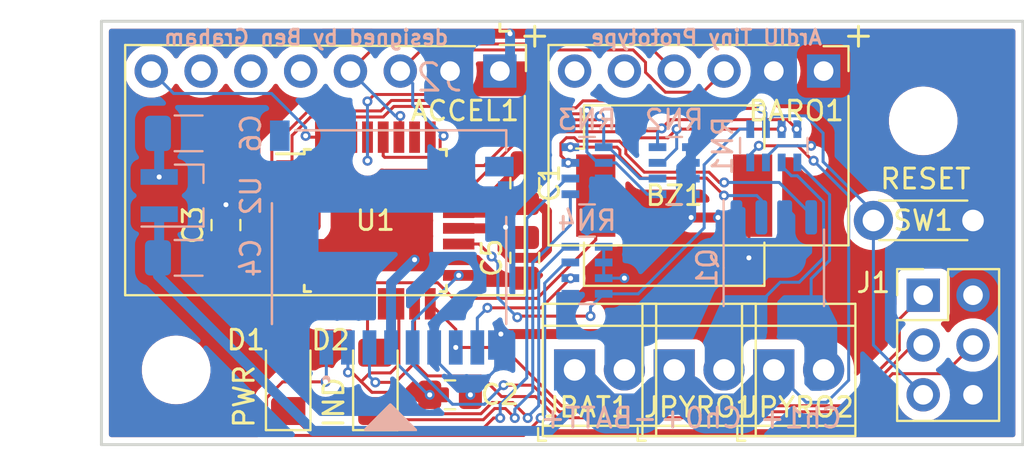
<source format=kicad_pcb>
(kicad_pcb (version 20221018) (generator pcbnew)
  (layers (0 "F.Cu" signal) (31 "B.Cu" signal) (34 "B.Paste" user) (35 "F.Paste" user) (36 "B.SilkS" user "B.Silkscreen") (37 "F.SilkS" user "F.Silkscreen") (38 "B.Mask" user) (39 "F.Mask" user) (44 "Edge.Cuts" user))
  (net 0 "")
  (net 4 "GND")
  (net 5 "+BATT")
  (net 8 "Net-(U1-AREF)")
  (net 9 "Net-(J2-DAT2)")
  (net 10 "+3V3")
  (net 11 "Net-(J2-DAT1)")
  (net 12 "/CS_SD")
  (net 13 "/MOSI")
  (net 14 "/SCK")
  (net 15 "/MISO")
  (net 18 "/CH2")
  (net 19 "/CH1")
  (net 20 "/SENS1")
  (net 21 "/SENS2")
  (net 22 "Net-(Q1A-G)")
  (net 23 "/RST")
  (net 24 "/BUZ")
  (net 25 "/SDA")
  (net 26 "/SCL")
  (net 27 "/INT")
  (net 28 "/PYRO1")
  (net 29 "/PYRO2")
  (net 30 "/TX")
  (net 31 "/RX")
  (net 32 "/RPWR")
  (net 33 "/RLED")
  (net 34 "/LED")
  (net 35 "/SENS_BATT")
  (net 36 "Net-(Q1B-G)")
  (footprint "Capacitor_SMD:C_0805_2012Metric_Pad1.18x1.45mm_HandSolder" (layer "F.Cu") (at 88.9 84.0525 90)
    (fp_text reference "C3")
    (fp_text value "0.1u")
  )
  (footprint "TerminalBlock_TE-Connectivity:TerminalBlock_TE_282834-2_1x02_P2.54mm_Horizontal" (layer "F.Cu") (at 116.84 91.44)
    (fp_text reference "JPYRO2")
    (fp_text value "Screw_Terminal_01x02")
  )
  (footprint "MountingHole:MountingHole_3.2mm_M3" (layer "F.Cu") (at 86.36 91.44)
    (fp_text reference "H1")
    (fp_text value "MountingHole")
  )
  (footprint "Capacitor_SMD:C_0805_2012Metric_Pad1.18x1.45mm_HandSolder" (layer "F.Cu") (at 104.14 81.915 90)
    (fp_text reference "C1")
    (fp_text value "0.1u")
  )
  (footprint "LED_SMD:LED_1206_3216Metric_Pad1.42x1.75mm_HandSolder" (layer "F.Cu") (at 92.075 92.0496 90)
    (fp_text reference "D1")
    (fp_text value "LED")
  )
  (footprint "Capacitor_SMD:C_0805_2012Metric_Pad1.18x1.45mm_HandSolder" (layer "F.Cu") (at 104.14 85.725 90)
    (fp_text reference "C5")
    (fp_text value "0.1u")
  )
  (footprint "LED_SMD:LED_1206_3216Metric_Pad1.42x1.75mm_HandSolder" (layer "F.Cu") (at 96.52 92.0496 90)
    (fp_text reference "D2")
    (fp_text value "LED")
  )
  (footprint "Buzzer_Beeper:Buzzer_CUI_CPT-9019S-SMT" (layer "F.Cu") (at 111.76 82.55)
    (fp_text reference "BZ1")
    (fp_text value "Buzzer")
  )
  (footprint "Package_QFP:TQFP-32_7x7mm_P0.8mm" (layer "F.Cu") (at 96.52 83.82)
    (fp_text reference "U1")
    (fp_text value "ATmega328PB-A")
  )
  (footprint "Sensor_BreakoutBoards:Breakout_MPU6050_Generic" (layer "F.Cu") (at 102.87 76.2 -90)
    (fp_text reference "ACCEL1")
    (fp_text value "MPU6050")
  )
  (footprint "TerminalBlock_TE-Connectivity:TerminalBlock_TE_282834-2_1x02_P2.54mm_Horizontal" (layer "F.Cu") (at 106.68 91.44)
    (fp_text reference "JBAT1")
    (fp_text value "Screw_Terminal_01x02")
  )
  (footprint "Capacitor_SMD:C_0805_2012Metric_Pad1.18x1.45mm_HandSolder" (layer "F.Cu") (at 100.33 92.71)
    (fp_text reference "C2")
    (fp_text value "0.1u")
  )
  (footprint "Connector_PinHeader_2.54mm:PinHeader_2x03_P2.54mm_Vertical" (layer "F.Cu") (at 124.46 87.63)
    (fp_text reference "J1")
    (fp_text value "ICSP")
  )
  (footprint "Sensor_BreakoutBoards:Breakout_BMP280_Generic" (layer "F.Cu") (at 119.38 76.2 -90)
    (fp_text reference "BARO1")
    (fp_text value "BMP280")
  )
  (footprint "MountingHole:MountingHole_3.2mm_M3" (layer "F.Cu") (at 124.46 78.74)
    (fp_text reference "H2")
    (fp_text value "MountingHole")
  )
  (footprint "TerminalBlock_TE-Connectivity:TerminalBlock_TE_282834-2_1x02_P2.54mm_Horizontal" (layer "F.Cu") (at 111.76 91.44)
    (fp_text reference "JPYRO1")
    (fp_text value "Screw_Terminal_01x02")
  )
  (footprint "Button_Switch_Custom:SW_Push_Rect_5mm" (layer "F.Cu") (at 124.46 83.82)
    (fp_text reference "SW1")
    (fp_text value "SW_Push")
  )
  (footprint "Resistor_SMD:R_Array_Concave_4x0603" (layer "B.Cu") (at 116.84 80.01 -90)
    (fp_text reference "RN1")
    (fp_text value "100k")
  )
  (footprint "Package_SO:SO-8_3.9x4.9mm_P1.27mm" (layer "B.Cu") (at 116.84 86.233 -90)
    (fp_text reference "Q1")
    (fp_text value "AO4838")
  )
  (footprint "Capacitor_SMD:C_1206_3216Metric_Pad1.33x1.80mm_HandSolder" (layer "B.Cu") (at 86.995 79.375)
    (fp_text reference "C6")
    (fp_text value "22uF")
  )
  (footprint "Connector_Amphenol:Connector_Amphenol_MicroSD_PushPull" (layer "B.Cu") (at 97.22 89.42 180)
    (fp_text reference "J2")
    (fp_text value "Micro_SD_Card_Det")
  )
  (footprint "Capacitor_SMD:C_1206_3216Metric_Pad1.33x1.80mm_HandSolder" (layer "B.Cu") (at 86.995 85.725)
    (fp_text reference "C4")
    (fp_text value "22uF")
  )
  (footprint "Resistor_SMD:R_Array_Concave_4x0603" (layer "B.Cu") (at 107.315 81.28 180)
    (fp_text reference "RN3")
    (fp_text value "220")
  )
  (footprint "Package_TO_SOT_SMD:SOT-23_Handsoldering" (layer "B.Cu") (at 86.995 82.55)
    (fp_text reference "U2")
    (fp_text value "AP7375-33SA-7")
  )
  (footprint "Resistor_SMD:R_Array_Concave_4x0603" (layer "B.Cu") (at 111.76 81.28 180)
    (fp_text reference "RN2")
    (fp_text value "10k")
  )
  (footprint "Resistor_SMD:R_Array_Concave_4x0603" (layer "B.Cu") (at 107.315 86.36)
    (fp_text reference "RN4")
    (fp_text value "10k")
  )
  (gr_poly (pts (xy 98.552 94.488) (xy 96.012 94.488) (xy 97.282 93.218)) (stroke (width 0.1524)) (fill solid) (layer "B.SilkS"))
  (gr_line (start 121.158 73.914) (end 121.158 74.93) (stroke (width 0.1524)) (layer "F.SilkS"))
  (gr_line (start 120.65 74.422) (end 121.666 74.422) (stroke (width 0.1524)) (layer "F.SilkS"))
  (gr_line (start 104.14 74.422) (end 105.156 74.422) (stroke (width 0.1524)) (layer "F.SilkS"))
  (gr_line (start 103.378 74.168) (end 102.87 74.168) (stroke (width 0.1524)) (layer "F.SilkS"))
  (gr_line (start 104.648 73.914) (end 104.648 74.93) (stroke (width 0.1524)) (layer "F.SilkS"))
  (gr_line (start 102.87 74.168) (end 102.87 73.66) (stroke (width 0.1524)) (layer "F.SilkS"))
  (gr_line (start 129.54 95.25) (end 82.55 95.25) (stroke (width 0.1524)) (layer "Edge.Cuts"))
  (gr_line (start 82.55 73.66) (end 129.54 73.66) (stroke (width 0.1524)) (layer "Edge.Cuts"))
  (gr_line (start 82.55 95.25) (end 82.55 73.66) (stroke (width 0.1524)) (layer "Edge.Cuts"))
  (gr_line (start 129.54 73.66) (end 129.54 95.25) (stroke (width 0.1524)) (layer "Edge.Cuts"))
  (gr_text "Ch0+" (at 115.316 94.488) (layer "B.SilkS") (effects (font (size 1.016 1.016) (thickness 0.1524)) (justify left bottom mirror)))
  (gr_text "-BATT+\n" (at 110.998 94.488) (layer "B.SilkS") (effects (font (size 1.016 1.016) (thickness 0.1524)) (justify left bottom mirror)))
  (gr_text "Ch1+" (at 120.396 94.488) (layer "B.SilkS") (effects (font (size 1.016 1.016) (thickness 0.1524)) (justify left bottom mirror)))
  (gr_text "designed by Ben Graham" (at 100.33 74.93) (layer "B.SilkS") (effects (font (size 0.762 0.762) (thickness 0.1524)) (justify left bottom mirror)))
  (gr_text "ArdIU Tiny Prototype" (at 119.38 74.93) (layer "B.SilkS") (effects (font (size 0.762 0.762) (thickness 0.1524)) (justify left bottom mirror)))
  (gr_text "IND" (at 94.996 94.488 90) (layer "F.SilkS") (effects (font (size 1.016 1.016) (thickness 0.1524)) (justify left bottom)))
  (gr_text "PWR" (at 90.424 94.488 90) (layer "F.SilkS") (effects (font (size 1.016 1.016) (thickness 0.1524)) (justify left bottom)))
  (gr_text "RESET\n" (at 122.174 82.296) (layer "F.SilkS") (effects (font (size 1.016 1.016) (thickness 0.1524)) (justify left bottom)))
  (segment (start 109.22 89.955076) (end 109.22 91.44) (width 0.508) (layer "F.Cu") (net 4))
  (segment (start 115.57 82.74) (end 115.76 82.55) (width 0.1524) (layer "F.Cu") (net 4))
  (segment (start 103.685724 84.6875) (end 104.14 84.6875) (width 0.508) (layer "F.Cu") (net 4))
  (segment (start 115.57 85.725) (end 115.57 82.74) (width 0.1524) (layer "F.Cu") (net 4))
  (segment (start 102.9208 89.6112) (end 108.876124 89.6112) (width 0.508) (layer "F.Cu") (net 4))
  (segment (start 93.475911 84.100911) (end 93.475911 82.680911) (width 0.508) (layer "F.Cu") (net 4))
  (segment (start 102.418223 83.42) (end 100.77 83.42) (width 0.508) (layer "F.Cu") (net 4))
  (segment (start 103.161611 84.163388) (end 102.418223 83.42) (width 0.508) (layer "F.Cu") (net 4))
  (segment (start 103.161612 84.163388) (end 103.161611 84.163388) (width 0.508) (layer "F.Cu") (net 4))
  (segment (start 93.415 82.62) (end 92.27 82.62) (width 0.508) (layer "F.Cu") (net 4))
  (segment (start 108.876124 89.6112) (end 109.22 89.955076) (width 0.508) (layer "F.Cu") (net 4))
  (segment (start 93.475911 82.680911) (end 93.415 82.62) (width 0.508) (layer "F.Cu") (net 4))
  (segment (start 103.161612 84.163388) (end 103.685724 84.6875) (width 0.508) (layer "F.Cu") (net 4))
  (segment (start 104.14 80.8775) (end 102.418223 82.599277) (width 0.508) (layer "F.Cu") (net 4))
  (segment (start 102.418223 82.599277) (end 102.418223 83.42) (width 0.508) (layer "F.Cu") (net 4))
  (segment (start 113.9952 83.6676) (end 112.6236 83.6676) (width 0.508) (layer "F.Cu") (net 4))
  (segment (start 93.415 82.62) (end 89.295 82.62) (width 0.508) (layer "F.Cu") (net 4))
  (segment (start 89.295 82.62) (end 88.9 83.015) (width 0.508) (layer "F.Cu") (net 4))
  (segment (start 93.356822 84.22) (end 93.475911 84.100911) (width 0.508) (layer "F.Cu") (net 4))
  (segment (start 92.27 84.22) (end 93.356822 84.22) (width 0.508) (layer "F.Cu") (net 4))
  (via (at 102.9208 89.6112) (size 0.508) (drill 0.254) (layers "F.Cu" "B.Cu") (net 4))
  (via (at 103.161612 84.163388) (size 0.508) (drill 0.254) (layers "F.Cu" "B.Cu") (net 4))
  (via (at 88.9 83.015) (size 0.508) (drill 0.254) (layers "F.Cu" "B.Cu") (net 4))
  (via (at 112.6236 83.6676) (size 0.508) (drill 0.254) (layers "F.Cu" "B.Cu") (net 4))
  (via (at 101.3675 92.71) (size 0.508) (drill 0.254) (layers "F.Cu" "B.Cu") (net 4))
  (via (at 115.57 85.725) (size 0.508) (drill 0.254) (layers "F.Cu" "B.Cu") (net 4))
  (via (at 113.9952 83.6676) (size 0.508) (drill 0.254) (layers "F.Cu" "B.Cu") (net 4))
  (segment (start 112.6236 83.6676) (end 112.6236 82.4936) (width 0.508) (layer "B.Cu") (net 4))
  (segment (start 116.84 76.2) (end 112.96 80.08) (width 0.508) (layer "B.Cu") (net 4))
  (segment (start 101.3675 92.71) (end 102.92 91.1575) (width 0.1524) (layer "B.Cu") (net 4))
  (segment (start 113.665 85.725) (end 117.475 85.725) (width 2.032) (layer "B.Cu") (net 4))
  (segment (start 110.1684 89.2216) (end 113.665 85.725) (width 2.032) (layer "B.Cu") (net 4))
  (segment (start 99.52 90.8625) (end 101.3675 92.71) (width 0.1524) (layer "B.Cu") (net 4))
  (segment (start 114.0048 83.658) (end 113.9952 83.6676) (width 0.508) (layer "B.Cu") (net 4))
  (segment (start 114.935 83.658) (end 114.0048 83.658) (width 0.508) (layer "B.Cu") (net 4))
  (segment (start 102.92 90.17) (end 102.92 89.612) (width 0.508) (layer "B.Cu") (net 4))
  (segment (start 108.165 81.68) (end 108.165 82.48) (width 0.1524) (layer "B.Cu") (net 4))
  (segment (start 112.96 80.08) (end 112.61 80.08) (width 0.508) (layer "B.Cu") (net 4))
  (segment (start 109.22 89.5432) (end 109.5416 89.2216) (width 2.032) (layer "B.Cu") (net 4))
  (segment (start 112.6236 82.4936) (end 112.61 82.48) (width 0.508) (layer "B.Cu") (net 4))
  (segment (start 109.5416 89.2216) (end 110.1684 89.2216) (width 2.032) (layer "B.Cu") (net 4))
  (segment (start 102.92 89.612) (end 102.9208 89.6112) (width 0.508) (layer "B.Cu") (net 4))
  (segment (start 99.52 90.295) (end 99.52 90.8625) (width 0.1524) (layer "B.Cu") (net 4))
  (segment (start 112.61 80.08) (end 112.61 82.48) (width 0.508) (layer "B.Cu") (net 4))
  (segment (start 102.92 91.1575) (end 102.92 90.17) (width 0.1524) (layer "B.Cu") (net 4))
  (segment (start 109.22 91.44) (end 109.22 89.5432) (width 2.032) (layer "B.Cu") (net 4))
  (segment (start 116.078 80.01) (end 118.0625 80.01) (width 0.1524) (layer "F.Cu") (net 5))
  (segment (start 118.8245 80.772) (end 118.872 80.772) (width 0.1524) (layer "F.Cu") (net 5))
  (segment (start 118.0625 80.01) (end 118.8245 80.772) (width 0.1524) (layer "F.Cu") (net 5))
  (via (at 116.078 80.01) (size 0.508) (drill 0.254) (layers "F.Cu" "B.Cu") (net 5))
  (via (at 118.872 80.772) (size 0.508) (drill 0.254) (layers "F.Cu" "B.Cu") (net 5))
  (segment (start 93.359095 94.551595) (end 105.397205 94.551595) (width 0.508) (layer "B.Cu") (net 5))
  (segment (start 120.6586 91.969614) (end 119.537214 93.091) (width 0.1524) (layer "B.Cu") (net 5))
  (segment (start 111.76 92.71) (end 111.76 91.44) (width 2.032) (layer "B.Cu") (net 5))
  (segment (start 108.301108 93.6584) (end 110.138892 93.6584) (width 2.032) (layer "B.Cu") (net 5))
  (segment (start 110.138892 93.6584) (end 111.087292 92.71) (width 2.032) (layer "B.Cu") (net 5))
  (segment (start 106.68 93.2688) (end 106.68 91.44) (width 0.508) (layer "B.Cu") (net 5))
  (segment (start 116.84 91.44) (end 116.84 92.037292) (width 2.032) (layer "B.Cu") (net 5))
  (segment (start 85.495 85.6625) (end 85.4325 85.725) (width 0.508) (layer "B.Cu") (net 5))
  (segment (start 106.68 91.44) (end 106.68 92.037292) (width 2.032) (layer "B.Cu") (net 5))
  (segment (start 112.432708 92.71) (end 111.76 92.71) (width 2.032) (layer "B.Cu") (net 5))
  (segment (start 120.6586 83.0666) (end 120.6586 91.969614) (width 0.1524) (layer "B.Cu") (net 5))
  (segment (start 115.64 80.448) (end 116.078 80.01) (width 0.1524) (layer "B.Cu") (net 5))
  (segment (start 120.65 83.058) (end 120.6586 83.0666) (width 0.1524) (layer "B.Cu") (net 5))
  (segment (start 113.381108 93.6584) (end 112.432708 92.71) (width 2.032) (layer "B.Cu") (net 5))
  (segment (start 85.495 83.5) (end 85.495 85.6625) (width 0.508) (layer "B.Cu") (net 5))
  (segment (start 118.491 93.091) (end 116.84 91.44) (width 0.1524) (layer "B.Cu") (net 5))
  (segment (start 85.4325 86.625) (end 93.359095 94.551595) (width 0.508) (layer "B.Cu") (net 5))
  (segment (start 105.397205 94.551595) (end 106.68 93.2688) (width 0.508) (layer "B.Cu") (net 5))
  (segment (start 119.537214 93.091) (end 118.491 93.091) (width 0.1524) (layer "B.Cu") (net 5))
  (segment (start 118.872 80.772) (end 120.65 82.55) (width 0.1524) (layer "B.Cu") (net 5))
  (segment (start 85.4325 85.725) (end 85.4325 86.625) (width 0.508) (layer "B.Cu") (net 5))
  (segment (start 116.84 92.037292) (end 115.218892 93.6584) (width 2.032) (layer "B.Cu") (net 5))
  (segment (start 111.087292 92.71) (end 111.76 92.71) (width 2.032) (layer "B.Cu") (net 5))
  (segment (start 115.218892 93.6584) (end 113.381108 93.6584) (width 2.032) (layer "B.Cu") (net 5))
  (segment (start 106.68 92.037292) (end 108.301108 93.6584) (width 2.032) (layer "B.Cu") (net 5))
  (segment (start 120.65 82.55) (end 120.65 83.058) (width 0.1524) (layer "B.Cu") (net 5))
  (segment (start 115.64 80.86) (end 115.64 80.448) (width 0.1524) (layer "B.Cu") (net 5))
  (segment (start 103.0086 85.303818) (end 103.429782 85.725) (width 0.508) (layer "F.Cu") (net 8))
  (segment (start 105.2714 83.3589) (end 104.865 82.9525) (width 0.508) (layer "F.Cu") (net 8))
  (segment (start 104.850218 85.725) (end 105.2714 85.303818) (width 0.508) (layer "F.Cu") (net 8))
  (segment (start 104.865 82.9525) (end 104.14 82.9525) (width 0.508) (layer "F.Cu") (net 8))
  (segment (start 105.2714 85.303818) (end 105.2714 83.3589) (width 0.508) (layer "F.Cu") (net 8))
  (segment (start 103.429782 85.725) (end 104.850218 85.725) (width 0.508) (layer "F.Cu") (net 8))
  (segment (start 102.284277 84.22) (end 103.0086 84.944322) (width 0.508) (layer "F.Cu") (net 8))
  (segment (start 100.77 84.22) (end 102.284277 84.22) (width 0.508) (layer "F.Cu") (net 8))
  (segment (start 103.0086 84.944322) (end 103.0086 85.303818) (width 0.508) (layer "F.Cu") (net 8))
  (segment (start 91.54963 94.783) (end 90.9714 94.20477) (width 0.1524) (layer "F.Cu") (net 9))
  (segment (start 104.083098 94.783) (end 91.54963 94.783) (width 0.1524) (layer "F.Cu") (net 9))
  (segment (start 90.9714 94.20477) (end 90.9714 92.86943) (width 0.1524) (layer "F.Cu") (net 9))
  (segment (start 104.951805 93.891695) (end 104.951805 93.914293) (width 0.1524) (layer "F.Cu") (net 9))
  (segment (start 91.79123 92.0496) (end 93.98 92.0496) (width 0.1524) (layer "F.Cu") (net 9))
  (segment (start 104.951805 93.914293) (end 104.083098 94.783) (width 0.1524) (layer "F.Cu") (net 9))
  (segment (start 90.9714 92.86943) (end 91.79123 92.0496) (width 0.1524) (layer "F.Cu") (net 9))
  (via (at 93.98 92.0496) (size 0.508) (drill 0.254) (layers "F.Cu" "B.Cu") (net 9))
  (via (at 104.951805 93.891695) (size 0.508) (drill 0.254) (layers "F.Cu" "B.Cu") (net 9))
  (segment (start 94.02 92.0096) (end 94.02 90.295) (width 0.1524) (layer "B.Cu") (net 9))
  (segment (start 105.156 93.6875) (end 105.156 87.019) (width 0.1524) (layer "B.Cu") (net 9))
  (segment (start 106.215 85.96) (end 106.465 85.96) (width 0.1524) (layer "B.Cu") (net 9))
  (segment (start 104.951805 93.891695) (end 105.156 93.6875) (width 0.1524) (layer "B.Cu") (net 9))
  (segment (start 105.156 87.019) (end 106.215 85.96) (width 0.1524) (layer "B.Cu") (net 9))
  (segment (start 93.98 92.0496) (end 94.02 92.0096) (width 0.1524) (layer "B.Cu") (net 9))
  (segment (start 102.6121 86.7625) (end 104.14 86.7625) (width 0.508) (layer "F.Cu") (net 10))
  (segment (start 103.3893 74.295) (end 117.475 74.295) (width 0.508) (layer "F.Cu") (net 10))
  (segment (start 91.183178 83.42) (end 90.875 83.728178) (width 0.508) (layer "F.Cu") (net 10))
  (segment (start 97.72 85.02) (end 98.52 85.82) (width 0.508) (layer "F.Cu") (net 10))
  (segment (start 101.6696 85.82) (end 102.6121 86.7625) (width 0.508) (layer "F.Cu") (net 10))
  (segment (start 103.3893 74.295) (end 93.8784 74.295) (width 0.508) (layer "F.Cu") (net 10))
  (segment (start 90.875 83.728178) (end 90.875 85.02) (width 0.508) (layer "F.Cu") (net 10))
  (segment (start 92.27 83.42) (end 91.183178 83.42) (width 0.508) (layer "F.Cu") (net 10))
  (segment (start 92.27 85.02) (end 97.72 85.02) (width 0.508) (layer "F.Cu") (net 10))
  (segment (start 90.875 85.02) (end 88.97 85.02) (width 0.508) (layer "F.Cu") (net 10))
  (segment (start 92.27 85.02) (end 90.875 85.02) (width 0.508) (layer "F.Cu") (net 10))
  (segment (start 117.475 74.295) (end 119.38 76.2) (width 0.508) (layer "F.Cu") (net 10))
  (segment (start 98.52 85.82) (end 100.77 85.82) (width 0.508) (layer "F.Cu") (net 10))
  (segment (start 88.97 85.02) (end 88.9 85.09) (width 0.508) (layer "F.Cu") (net 10))
  (segment (start 100.77 85.82) (end 101.6696 85.82) (width 0.508) (layer "F.Cu") (net 10))
  (via (at 99.2925 92.71) (size 0.508) (drill 0.254) (layers "F.Cu" "B.Cu") (net 10))
  (via (at 85.495 81.6) (size 0.508) (drill 0.254) (layers "F.Cu" "B.Cu") (net 10))
  (via (at 109.22 86.76) (size 0.508) (drill 0.254) (layers "F.Cu" "B.Cu") (net 10))
  (via (at 98.52 85.82) (size 0.508) (drill 0.254) (layers "F.Cu" "B.Cu") (net 10))
  (via (at 118.745 80.01) (size 0.508) (drill 0.254) (layers "F.Cu" "B.Cu") (net 10))
  (via (at 103.3893 74.295) (size 0.508) (drill 0.254) (layers "F.Cu" "B.Cu") (net 10))
  (segment (start 116.44 80.61) (end 117.04 80.01) (width 0.1524) (layer "B.Cu") (net 10))
  (segment (start 117.04 80.01) (end 118.745 80.01) (width 0.1524) (layer "B.Cu") (net 10))
  (segment (start 108.165 86.76) (end 108.165 85.96) (width 0.1524) (layer "B.Cu") (net 10))
  (segment (start 116.44 80.86) (end 116.44 80.61) (width 0.1524) (layer "B.Cu") (net 10))
  (segment (start 97.32 90.82) (end 99.21 92.71) (width 0.1524) (layer "B.Cu") (net 10))
  (segment (start 97.32 90.295) (end 97.32 90.82) (width 0.1524) (layer "B.Cu") (net 10))
  (segment (start 109.22 86.76) (end 108.165 86.76) (width 0.1524) (layer "B.Cu") (net 10))
  (segment (start 108.165 85.96) (end 108.165 85.16) (width 0.1524) (layer "B.Cu") (net 10))
  (segment (start 85.495 79.4375) (end 85.4325 79.375) (width 0.508) (layer "B.Cu") (net 10))
  (segment (start 97.32 87.02) (end 97.32 90.295) (width 0.508) (layer "B.Cu") (net 10))
  (segment (start 99.21 92.71) (end 99.2925 92.71) (width 0.1524) (layer "B.Cu") (net 10))
  (segment (start 103.3893 75.6807) (end 102.87 76.2) (width 0.508) (layer "B.Cu") (net 10))
  (segment (start 103.3893 74.295) (end 103.3893 75.6807) (width 0.508) (layer "B.Cu") (net 10))
  (segment (start 98.52 85.82) (end 97.32 87.02) (width 0.508) (layer "B.Cu") (net 10))
  (segment (start 85.495 81.6) (end 85.495 79.4375) (width 0.508) (layer "B.Cu") (net 10))
  (segment (start 102.235 88.273733) (end 104.970461 88.273733) (width 0.1524) (layer "F.Cu") (net 11))
  (segment (start 104.970461 88.273733) (end 106.474597 86.769597) (width 0.1524) (layer "F.Cu") (net 11))
  (via (at 106.474597 86.769597) (size 0.508) (drill 0.254) (layers "F.Cu" "B.Cu") (net 11))
  (via (at 102.235 88.273733) (size 0.508) (drill 0.254) (layers "F.Cu" "B.Cu") (net 11))
  (segment (start 101.72 88.788733) (end 102.235 88.273733) (width 0.1524) (layer "B.Cu") (net 11))
  (segment (start 101.72 90.295) (end 101.72 88.788733) (width 0.1524) (layer "B.Cu") (net 11))
  (segment (start 95.3295 91.567) (end 95.79775 92.03525) (width 0.1524) (layer "F.Cu") (net 12))
  (segment (start 97.28637 91.5924) (end 96.2406 91.5924) (width 0.1524) (layer "F.Cu") (net 12))
  (segment (start 97.33717 92.583) (end 96.3455 92.583) (width 0.1524) (layer "F.Cu") (net 12))
  (segment (start 101.9048 93.6752) (end 98.42937 93.6752) (width 0.1524) (layer "F.Cu") (net 12))
  (segment (start 96.3455 92.583) (end 95.79775 92.03525) (width 0.1524) (layer "F.Cu") (net 12))
  (segment (start 96.2406 91.5924) (end 95.79775 92.03525) (width 0.1524) (layer "F.Cu") (net 12))
  (segment (start 97.72 91.15877) (end 97.28637 91.5924) (width 0.1524) (layer "F.Cu") (net 12))
  (segment (start 102.475705 93.104295) (end 101.9048 93.6752) (width 0.1524) (layer "F.Cu") (net 12))
  (segment (start 97.72 88.07) (end 97.72 91.15877) (width 0.1524) (layer "F.Cu") (net 12))
  (segment (start 104.291903 93.891695) (end 104.291903 93.869098) (width 0.1524) (layer "F.Cu") (net 12))
  (segment (start 103.5271 93.104295) (end 102.475705 93.104295) (width 0.1524) (layer "F.Cu") (net 12))
  (segment (start 98.42937 93.6752) (end 97.33717 92.583) (width 0.1524) (layer "F.Cu") (net 12))
  (segment (start 95.123 91.567) (end 95.3295 91.567) (width 0.1524) (layer "F.Cu") (net 12))
  (segment (start 104.291903 93.869098) (end 103.5271 93.104295) (width 0.1524) (layer "F.Cu") (net 12))
  (via (at 104.291903 93.891695) (size 0.508) (drill 0.254) (layers "F.Cu" "B.Cu") (net 12))
  (via (at 95.123 91.567) (size 0.508) (drill 0.254) (layers "F.Cu" "B.Cu") (net 12))
  (segment (start 106.215 85.16) (end 106.465 85.16) (width 0.1524) (layer "B.Cu") (net 12))
  (segment (start 104.8512 93.2688) (end 104.8512 86.5238) (width 0.1524) (layer "B.Cu") (net 12))
  (segment (start 104.8512 86.5238) (end 106.215 85.16) (width 0.1524) (layer "B.Cu") (net 12))
  (segment (start 104.291903 93.891695) (end 104.291903 93.828097) (width 0.1524) (layer "B.Cu") (net 12))
  (segment (start 95.12 91.564) (end 95.123 91.567) (width 0.1524) (layer "B.Cu") (net 12))
  (segment (start 104.291903 93.828097) (end 104.8512 93.2688) (width 0.1524) (layer "B.Cu") (net 12))
  (segment (start 95.12 90.295) (end 95.12 91.564) (width 0.1524) (layer "B.Cu") (net 12))
  (segment (start 97.536 92.075) (end 98.52 91.091) (width 0.1524) (layer "F.Cu") (net 13))
  (segment (start 105.767096 93.8784) (end 120.65 93.8784) (width 0.1524) (layer "F.Cu") (net 13))
  (segment (start 98.52 91.091) (end 99.1738 91.7448) (width 0.1524) (layer "F.Cu") (net 13))
  (segment (start 102.953265 92.799495) (end 104.688191 92.799495) (width 0.1524) (layer "F.Cu") (net 13))
  (segment (start 125.5386 91.6314) (end 127 90.17) (width 0.1524) (layer "F.Cu") (net 13))
  (segment (start 122.897 91.6314) (end 125.5386 91.6314) (width 0.1524) (layer "F.Cu") (net 13))
  (segment (start 120.65 93.8784) (end 122.897 91.6314) (width 0.1524) (layer "F.Cu") (net 13))
  (segment (start 96.52 92.075) (end 97.536 92.075) (width 0.1524) (layer "F.Cu") (net 13))
  (segment (start 101.89857 91.7448) (end 102.953265 92.799495) (width 0.1524) (layer "F.Cu") (net 13))
  (segment (start 104.688191 92.799495) (end 105.767096 93.8784) (width 0.1524) (layer "F.Cu") (net 13))
  (segment (start 99.1738 91.7448) (end 101.89857 91.7448) (width 0.1524) (layer "F.Cu") (net 13))
  (segment (start 98.52 91.091) (end 98.52 88.07) (width 0.1524) (layer "F.Cu") (net 13))
  (via (at 96.52 92.075) (size 0.508) (drill 0.254) (layers "F.Cu" "B.Cu") (net 13))
  (segment (start 96.22 91.775) (end 96.22 90.295) (width 0.1524) (layer "B.Cu") (net 13))
  (segment (start 96.52 92.075) (end 96.22 91.775) (width 0.1524) (layer "B.Cu") (net 13))
  (segment (start 123.927348 90.17) (end 120.523748 93.5736) (width 0.1524) (layer "F.Cu") (net 14))
  (segment (start 124.46 90.17) (end 123.927348 90.17) (width 0.1524) (layer "F.Cu") (net 14))
  (segment (start 104.539566 92.219818) (end 103.055382 92.219818) (width 0.1524) (layer "F.Cu") (net 14))
  (segment (start 120.523748 93.5736) (end 105.893348 93.5736) (width 0.1524) (layer "F.Cu") (net 14))
  (segment (start 105.893348 93.5736) (end 104.539566 92.219818) (width 0.1524) (layer "F.Cu") (net 14))
  (via (at 100.77 86.62) (size 0.508) (drill 0.254) (layers "F.Cu" "B.Cu") (net 14))
  (via (at 103.055382 92.219818) (size 0.508) (drill 0.254) (layers "F.Cu" "B.Cu") (net 14))
  (segment (start 103.055382 92.219818) (end 102.0826 93.1926) (width 0.1524) (layer "B.Cu") (net 14))
  (segment (start 98.42 88.97) (end 100.77 86.62) (width 0.1524) (layer "B.Cu") (net 14))
  (segment (start 98.42 90.295) (end 98.42 88.97) (width 0.1524) (layer "B.Cu") (net 14))
  (segment (start 98.42 91.155) (end 98.42 90.295) (width 0.1524) (layer "B.Cu") (net 14))
  (segment (start 100.4576 93.1926) (end 98.42 91.155) (width 0.1524) (layer "B.Cu") (net 14))
  (segment (start 102.0826 93.1926) (end 100.4576 93.1926) (width 0.1524) (layer "B.Cu") (net 14))
  (segment (start 99.32 88.07) (end 100.62 89.37) (width 0.1524) (layer "F.Cu") (net 15))
  (segment (start 123.241548 88.848452) (end 123.241548 90.424748) (width 0.1524) (layer "F.Cu") (net 15))
  (segment (start 103.0458 90.295) (end 100.62 90.295) (width 0.1524) (layer "F.Cu") (net 15))
  (segment (start 100.62 89.37) (end 100.62 90.295) (width 0.1524) (layer "F.Cu") (net 15))
  (segment (start 123.241548 90.424748) (end 120.397496 93.2688) (width 0.1524) (layer "F.Cu") (net 15))
  (segment (start 120.397496 93.2688) (end 106.0196 93.2688) (width 0.1524) (layer "F.Cu") (net 15))
  (segment (start 106.0196 93.2688) (end 103.0458 90.295) (width 0.1524) (layer "F.Cu") (net 15))
  (segment (start 124.46 87.63) (end 123.241548 88.848452) (width 0.1524) (layer "F.Cu") (net 15))
  (via (at 100.62 90.295) (size 0.508) (drill 0.254) (layers "F.Cu" "B.Cu") (net 15))
  (segment (start 91.5378 81.82) (end 92.27 81.82) (width 0.1524) (layer "F.Cu") (net 18))
  (segment (start 107.129701 78.3782) (end 100.6032 78.3782) (width 0.1524) (layer "F.Cu") (net 18))
  (segment (start 100.6032 78.3782) (end 99.9236 77.6986) (width 0.1524) (layer "F.Cu") (net 18))
  (segment (start 96.803448 78.232) (end 93.094748 78.232) (width 0.1524) (layer "F.Cu") (net 18))
  (segment (start 91.2414 80.085348) (end 91.2414 81.5236) (width 0.1524) (layer "F.Cu") (net 18))
  (segment (start 91.2414 81.5236) (end 91.5378 81.82) (width 0.1524) (layer "F.Cu") (net 18))
  (segment (start 93.094748 78.232) (end 91.2414 80.085348) (width 0.1524) (layer "F.Cu") (net 18))
  (segment (start 107.307001 78.2009) (end 107.129701 78.3782) (width 0.1524) (layer "F.Cu") (net 18))
  (segment (start 99.9236 77.6986) (end 97.336848 77.6986) (width 0.1524) (layer "F.Cu") (net 18))
  (segment (start 97.336848 77.6986) (end 96.803448 78.232) (width 0.1524) (layer "F.Cu") (net 18))
  (via (at 107.307001 78.2009) (size 0.508) (drill 0.254) (layers "F.Cu" "B.Cu") (net 18))
  (segment (start 108.165 80.88) (end 107.8578 80.88) (width 0.1524) (layer "B.Cu") (net 18))
  (segment (start 108.783948 80.88) (end 108.165 80.88) (width 0.1524) (layer "B.Cu") (net 18))
  (segment (start 110.383948 82.48) (end 108.783948 80.88) (width 0.1524) (layer "B.Cu") (net 18))
  (segment (start 110.91 82.48) (end 110.383948 82.48) (width 0.1524) (layer "B.Cu") (net 18))
  (segment (start 107.8578 80.88) (end 107.307001 80.329201) (width 0.1524) (layer "B.Cu") (net 18))
  (segment (start 107.307001 80.329201) (end 107.307001 78.2009) (width 0.1524) (layer "B.Cu") (net 18))
  (segment (start 97.4631 78.0034) (end 96.9251 78.5414) (width 0.1524) (layer "F.Cu") (net 19))
  (segment (start 96.9251 78.5414) (end 93.2164 78.5414) (width 0.1524) (layer "F.Cu") (net 19))
  (segment (start 107.95 78.5057) (end 107.7727 78.683) (width 0.1524) (layer "F.Cu") (net 19))
  (segment (start 92.27 79.4878) (end 92.27 81.02) (width 0.1524) (layer "F.Cu") (net 19))
  (segment (start 93.2164 78.5414) (end 92.27 79.4878) (width 0.1524) (layer "F.Cu") (net 19))
  (segment (start 107.7727 78.683) (end 100.476948 78.683) (width 0.1524) (layer "F.Cu") (net 19))
  (segment (start 100.476948 78.683) (end 99.797348 78.0034) (width 0.1524) (layer "F.Cu") (net 19))
  (segment (start 99.797348 78.0034) (end 97.4631 78.0034) (width 0.1524) (layer "F.Cu") (net 19))
  (via (at 107.95 78.5057) (size 0.508) (drill 0.254) (layers "F.Cu" "B.Cu") (net 19))
  (segment (start 110.015 81.68) (end 110.91 81.68) (width 0.1524) (layer "B.Cu") (net 19))
  (segment (start 108.165 80.08) (end 108.165 78.7207) (width 0.1524) (layer "B.Cu") (net 19))
  (segment (start 108.165 78.7207) (end 107.95 78.5057) (width 0.1524) (layer "B.Cu") (net 19))
  (segment (start 108.415 80.08) (end 110.015 81.68) (width 0.1524) (layer "B.Cu") (net 19))
  (segment (start 108.165 80.08) (end 108.415 80.08) (width 0.1524) (layer "B.Cu") (net 19))
  (segment (start 108.921904 79.2926) (end 109.232904 79.6036) (width 0.1524) (layer "F.Cu") (net 20))
  (segment (start 111.8875 79.16) (end 117.24 79.16) (width 0.1524) (layer "F.Cu") (net 20))
  (segment (start 100.77 81.82) (end 101.70123 81.82) (width 0.1524) (layer "F.Cu") (net 20))
  (segment (start 111.4429 79.6036) (end 111.887 79.1595) (width 0.1524) (layer "F.Cu") (net 20))
  (segment (start 104.22863 79.2926) (end 108.921904 79.2926) (width 0.1524) (layer "F.Cu") (net 20))
  (segment (start 111.887 79.1595) (end 111.8875 79.16) (width 0.1524) (layer "F.Cu") (net 20))
  (segment (start 109.232904 79.6036) (end 111.4429 79.6036) (width 0.1524) (layer "F.Cu") (net 20))
  (segment (start 101.70123 81.82) (end 104.22863 79.2926) (width 0.1524) (layer "F.Cu") (net 20))
  (via (at 117.24 79.16) (size 0.508) (drill 0.254) (layers "F.Cu" "B.Cu") (net 20))
  (via (at 111.887 79.1595) (size 0.508) (drill 0.254) (layers "F.Cu" "B.Cu") (net 20))
  (segment (start 117.24 79.16) (end 117.24 79.41) (width 0.1524) (layer "B.Cu") (net 20))
  (segment (start 111.16 80.88) (end 111.887 80.153) (width 0.1524) (layer "B.Cu") (net 20))
  (segment (start 111.887 80.153) (end 111.887 79.1595) (width 0.1524) (layer "B.Cu") (net 20))
  (segment (start 110.91 80.88) (end 111.16 80.88) (width 0.1524) (layer "B.Cu") (net 20))
  (segment (start 111.125 79.121) (end 111.5686 78.6774) (width 0.1524) (layer "F.Cu") (net 21))
  (segment (start 111.5686 78.6774) (end 117.5263 78.6774) (width 0.1524) (layer "F.Cu") (net 21))
  (segment (start 102.070178 81.02) (end 104.102378 78.9878) (width 0.1524) (layer "F.Cu") (net 21))
  (segment (start 110.998 79.248) (end 111.125 79.121) (width 0.1524) (layer "F.Cu") (net 21))
  (segment (start 104.102378 78.9878) (end 109.048156 78.9878) (width 0.1524) (layer "F.Cu") (net 21))
  (segment (start 109.048156 78.9878) (end 109.308356 79.248) (width 0.1524) (layer "F.Cu") (net 21))
  (segment (start 109.308356 79.248) (end 110.998 79.248) (width 0.1524) (layer "F.Cu") (net 21))
  (segment (start 117.5263 78.6774) (end 118.0089 79.16) (width 0.1524) (layer "F.Cu") (net 21))
  (segment (start 100.77 81.02) (end 102.070178 81.02) (width 0.1524) (layer "F.Cu") (net 21))
  (via (at 111.125 79.121) (size 0.508) (drill 0.254) (layers "F.Cu" "B.Cu") (net 21))
  (via (at 118.0089 79.16) (size 0.508) (drill 0.254) (layers "F.Cu" "B.Cu") (net 21))
  (segment (start 118.04 79.16) (end 118.04 79.487489) (width 0.1524) (layer "B.Cu") (net 21))
  (segment (start 110.91 80.08) (end 110.91 79.336) (width 0.1524) (layer "B.Cu") (net 21))
  (segment (start 110.91 79.336) (end 111.125 79.121) (width 0.1524) (layer "B.Cu") (net 21))
  (segment (start 108.8472 80.08) (end 106.465 80.08) (width 0.1524) (layer "F.Cu") (net 22))
  (segment (start 113.411 81.661) (end 110.109 81.661) (width 0.1524) (layer "F.Cu") (net 22))
  (segment (start 108.9886 80.5406) (end 108.9886 80.2214) (width 0.1524) (layer "F.Cu") (net 22))
  (segment (start 110.109 81.661) (end 108.9886 80.5406) (width 0.1524) (layer "F.Cu") (net 22))
  (segment (start 108.9886 80.2214) (end 108.8472 80.08) (width 0.1524) (layer "F.Cu") (net 22))
  (segment (start 114.3 82.55) (end 113.411 81.661) (width 0.1524) (layer "F.Cu") (net 22))
  (via (at 106.465 80.08) (size 0.508) (drill 0.254) (layers "F.Cu" "B.Cu") (net 22))
  (via (at 114.3 82.55) (size 0.508) (drill 0.254) (layers "F.Cu" "B.Cu") (net 22))
  (segment (start 116.205 82.783001) (end 115.971999 82.55) (width 0.1524) (layer "B.Cu") (net 22))
  (segment (start 116.205 83.658) (end 116.205 82.783001) (width 0.1524) (layer "B.Cu") (net 22))
  (segment (start 115.971999 82.55) (end 114.3 82.55) (width 0.1524) (layer "B.Cu") (net 22))
  (segment (start 113.6339 77.7183) (end 107.107101 77.7183) (width 0.1524) (layer "F.Cu") (net 23))
  (segment (start 96.12 80.772) (end 96.12 79.57) (width 0.1524) (layer "F.Cu") (net 23))
  (segment (start 100.729452 78.0734) (end 100.049852 77.3938) (width 0.1524) (layer "F.Cu") (net 23))
  (segment (start 114.0206 78.105) (end 113.6339 77.7183) (width 0.1524) (layer "F.Cu") (net 23))
  (segment (start 116.205 78.105) (end 114.0206 78.105) (width 0.1524) (layer "F.Cu") (net 23))
  (segment (start 100.049852 77.3938) (end 96.4692 77.3938) (width 0.1524) (layer "F.Cu") (net 23))
  (segment (start 96.4692 77.3938) (end 96.115603 77.747397) (width 0.1524) (layer "F.Cu") (net 23))
  (segment (start 107.107101 77.7183) (end 106.752001 78.0734) (width 0.1524) (layer "F.Cu") (net 23))
  (segment (start 106.752001 78.0734) (end 100.729452 78.0734) (width 0.1524) (layer "F.Cu") (net 23))
  (via (at 116.205 78.105) (size 0.508) (drill 0.254) (layers "F.Cu" "B.Cu") (net 23))
  (via (at 96.115603 77.747397) (size 0.508) (drill 0.254) (layers "F.Cu" "B.Cu") (net 23))
  (via (at 96.12 80.772) (size 0.508) (drill 0.254) (layers "F.Cu" "B.Cu") (net 23))
  (segment (start 96.12 80.772) (end 96.115603 80.767603) (width 0.1524) (layer "B.Cu") (net 23))
  (segment (start 121.92 83.82) (end 121.92 83.388948) (width 0.1524) (layer "B.Cu") (net 23))
  (segment (start 121.92 90.17) (end 121.92 83.82) (width 0.1524) (layer "B.Cu") (net 23))
  (segment (start 96.115603 80.767603) (end 96.115603 77.747397) (width 0.1524) (layer "B.Cu") (net 23))
  (segment (start 119.3546 79.3674) (end 118.4686 78.4814) (width 0.1524) (layer "B.Cu") (net 23))
  (segment (start 119.3546 80.823548) (end 119.3546 79.3674) (width 0.1524) (layer "B.Cu") (net 23))
  (segment (start 116.8114 78.4814) (end 116.44 78.8528) (width 0.1524) (layer "B.Cu") (net 23))
  (segment (start 124.46 92.71) (end 121.92 90.17) (width 0.1524) (layer "B.Cu") (net 23))
  (segment (start 116.44 79.16) (end 116.44 78.34) (width 0.1524) (layer "B.Cu") (net 23))
  (segment (start 121.92 83.388948) (end 119.3546 80.823548) (width 0.1524) (layer "B.Cu") (net 23))
  (segment (start 118.4686 78.4814) (end 116.8114 78.4814) (width 0.1524) (layer "B.Cu") (net 23))
  (segment (start 116.44 78.34) (end 116.205 78.105) (width 0.1524) (layer "B.Cu") (net 23))
  (segment (start 116.44 78.8528) (end 116.44 79.16) (width 0.1524) (layer "B.Cu") (net 23))
  (segment (start 104.770767 87.791633) (end 100.491633 87.791633) (width 0.1524) (layer "F.Cu") (net 24))
  (segment (start 99.695 86.995) (end 95.6628 86.995) (width 0.1524) (layer "F.Cu") (net 24))
  (segment (start 100.491633 87.791633) (end 99.695 86.995) (width 0.1524) (layer "F.Cu") (net 24))
  (segment (start 107.76 82.55) (end 107.76 84.8024) (width 0.1524) (layer "F.Cu") (net 24))
  (segment (start 107.76 84.8024) (end 104.770767 87.791633) (width 0.1524) (layer "F.Cu") (net 24))
  (segment (start 95.32 87.3378) (end 95.32 88.07) (width 0.1524) (layer "F.Cu") (net 24))
  (segment (start 95.6628 86.995) (end 95.32 87.3378) (width 0.1524) (layer "F.Cu") (net 24))
  (segment (start 110.3766 74.8166) (end 96.6334 74.8166) (width 0.1524) (layer "F.Cu") (net 25))
  (segment (start 97.79 79.5) (end 97.72 79.57) (width 0.1524) (layer "F.Cu") (net 25))
  (segment (start 111.76 76.2) (end 110.3766 74.8166) (width 0.1524) (layer "F.Cu") (net 25))
  (segment (start 96.6334 74.8166) (end 95.25 76.2) (width 0.1524) (layer "F.Cu") (net 25))
  (segment (start 97.79 78.486) (end 97.79 79.5) (width 0.1524) (layer "F.Cu") (net 25))
  (via (at 97.79 78.486) (size 0.508) (drill 0.254) (layers "F.Cu" "B.Cu") (net 25))
  (segment (start 97.536 78.486) (end 95.25 76.2) (width 0.1524) (layer "B.Cu") (net 25))
  (segment (start 97.79 78.486) (end 97.536 78.486) (width 0.1524) (layer "B.Cu") (net 25))
  (segment (start 100.000902 79.502) (end 99.8236 79.679302) (width 0.1524) (layer "F.Cu") (net 26))
  (segment (start 96.9962 80.5986) (end 96.92 80.5224) (width 0.1524) (layer "F.Cu") (net 26))
  (segment (start 99.7414 80.5986) (end 96.9962 80.5986) (width 0.1524) (layer "F.Cu") (net 26))
  (segment (start 99.8236 79.679302) (end 99.8236 80.5164) (width 0.1524) (layer "F.Cu") (net 26))
  (segment (start 99.8236 80.5164) (end 99.7414 80.5986) (width 0.1524) (layer "F.Cu") (net 26))
  (segment (start 96.92 80.5224) (end 96.92 79.57) (width 0.1524) (layer "F.Cu") (net 26))
  (segment (start 110.2986 76.263971) (end 110.2986 75.753229) (width 0.1524) (layer "F.Cu") (net 26))
  (segment (start 111.313229 77.2786) (end 110.2986 76.263971) (width 0.1524) (layer "F.Cu") (net 26))
  (segment (start 110.2986 75.753229) (end 109.666771 75.1214) (width 0.1524) (layer "F.Cu") (net 26))
  (segment (start 114.3 76.2) (end 113.2214 77.2786) (width 0.1524) (layer "F.Cu") (net 26))
  (segment (start 113.2214 77.2786) (end 111.313229 77.2786) (width 0.1524) (layer "F.Cu") (net 26))
  (segment (start 98.8686 75.1214) (end 97.79 76.2) (width 0.1524) (layer "F.Cu") (net 26))
  (segment (start 109.666771 75.1214) (end 98.8686 75.1214) (width 0.1524) (layer "F.Cu") (net 26))
  (via (at 100.000902 79.502) (size 0.508) (drill 0.254) (layers "F.Cu" "B.Cu") (net 26))
  (segment (start 98.425 77.926098) (end 98.425 76.835) (width 0.1524) (layer "B.Cu") (net 26))
  (segment (start 100.000902 79.502) (end 98.425 77.926098) (width 0.1524) (layer "B.Cu") (net 26))
  (segment (start 98.425 76.835) (end 97.79 76.2) (width 0.1524) (layer "B.Cu") (net 26))
  (segment (start 93.72 79.57) (end 93.032 79.57) (width 0.1524) (layer "F.Cu") (net 27))
  (segment (start 93.032 79.57) (end 92.964 79.502) (width 0.1524) (layer "F.Cu") (net 27))
  (via (at 92.964 79.502) (size 0.508) (drill 0.254) (layers "F.Cu" "B.Cu") (net 27))
  (segment (start 92.964 79.0818) (end 91.2252 77.343) (width 0.1524) (layer "B.Cu") (net 27))
  (segment (start 86.233 77.343) (end 85.09 76.2) (width 0.1524) (layer "B.Cu") (net 27))
  (segment (start 91.2252 77.343) (end 86.233 77.343) (width 0.1524) (layer "B.Cu") (net 27))
  (segment (start 92.964 79.502) (end 92.964 79.0818) (width 0.1524) (layer "B.Cu") (net 27))
  (segment (start 119.38 85.725) (end 119.38 82.878422) (width 0.1524) (layer "B.Cu") (net 28))
  (segment (start 119.38 82.878422) (end 118.040178 81.5386) (width 0.1524) (layer "B.Cu") (net 28))
  (segment (start 117.168401 86.9696) (end 118.1354 86.9696) (width 0.1524) (layer "B.Cu") (net 28))
  (segment (start 116.205 88.808) (end 116.205 87.933001) (width 0.1524) (layer "B.Cu") (net 28))
  (segment (start 118.1354 86.9696) (end 119.38 85.725) (width 0.1524) (layer "B.Cu") (net 28))
  (segment (start 117.24 81.045) (end 117.24 80.86) (width 0.1524) (layer "B.Cu") (net 28))
  (segment (start 117.7336 81.5386) (end 117.24 81.045) (width 0.1524) (layer "B.Cu") (net 28))
  (segment (start 116.205 87.933001) (end 117.168401 86.9696) (width 0.1524) (layer "B.Cu") (net 28))
  (segment (start 118.040178 81.5386) (end 117.7336 81.5386) (width 0.1524) (layer "B.Cu") (net 28))
  (segment (start 118.04 80.86) (end 119.6848 82.5048) (width 0.1524) (layer "B.Cu") (net 29))
  (segment (start 118.745 86.791052) (end 118.745 88.808) (width 0.1524) (layer "B.Cu") (net 29))
  (segment (start 119.6848 82.5048) (end 119.6848 85.851252) (width 0.1524) (layer "B.Cu") (net 29))
  (segment (start 119.6848 85.851252) (end 118.745 86.791052) (width 0.1524) (layer "B.Cu") (net 29))
  (segment (start 92.9907 94.4782) (end 92.075 93.5625) (width 0.1524) (layer "F.Cu") (net 32))
  (segment (start 102.886911 93.891195) (end 102.550909 93.891195) (width 0.1524) (layer "F.Cu") (net 32))
  (segment (start 102.550909 93.891195) (end 101.963904 94.4782) (width 0.1524) (layer "F.Cu") (net 32))
  (segment (start 101.963904 94.4782) (end 92.9907 94.4782) (width 0.1524) (layer "F.Cu") (net 32))
  (via (at 102.886911 93.891195) (size 0.508) (drill 0.254) (layers "F.Cu" "B.Cu") (net 32))
  (segment (start 106.28 81.68) (end 106.465 81.68) (width 0.1524) (layer "B.Cu") (net 32))
  (segment (start 104.2416 91.8464) (end 104.2416 83.7184) (width 0.1524) (layer "B.Cu") (net 32))
  (segment (start 102.886911 93.201089) (end 104.2416 91.8464) (width 0.1524) (layer "B.Cu") (net 32))
  (segment (start 104.2416 83.7184) (end 106.28 81.68) (width 0.1524) (layer "B.Cu") (net 32))
  (segment (start 102.886911 93.891195) (end 102.886911 93.201089) (width 0.1524) (layer "B.Cu") (net 32))
  (segment (start 103.1494 93.409095) (end 102.601957 93.409095) (width 0.1524) (layer "F.Cu") (net 33))
  (segment (start 102.031052 93.98) (end 96.9375 93.98) (width 0.1524) (layer "F.Cu") (net 33))
  (segment (start 102.601957 93.409095) (end 102.031052 93.98) (width 0.1524) (layer "F.Cu") (net 33))
  (segment (start 103.632 93.891695) (end 103.1494 93.409095) (width 0.1524) (layer "F.Cu") (net 33))
  (segment (start 96.9375 93.98) (end 96.52 93.5625) (width 0.1524) (layer "F.Cu") (net 33))
  (via (at 103.632 93.891695) (size 0.508) (drill 0.254) (layers "F.Cu" "B.Cu") (net 33))
  (segment (start 104.5464 85.9714) (end 106.465 84.0528) (width 0.1524) (layer "B.Cu") (net 33))
  (segment (start 106.465 84.0528) (end 106.465 82.48) (width 0.1524) (layer "B.Cu") (net 33))
  (segment (start 103.632 93.891695) (end 103.632 93.445852) (width 0.1524) (layer "B.Cu") (net 33))
  (segment (start 104.5464 92.531452) (end 104.5464 85.9714) (width 0.1524) (layer "B.Cu") (net 33))
  (segment (start 103.632 93.445852) (end 104.5464 92.531452) (width 0.1524) (layer "B.Cu") (net 33))
  (segment (start 96.12 90.1875) (end 96.52 90.5875) (width 0.1524) (layer "F.Cu") (net 34))
  (segment (start 96.12 88.07) (end 96.12 90.1875) (width 0.1524) (layer "F.Cu") (net 34))
  (segment (start 102.451018 85.656764) (end 101.814254 85.02) (width 0.1524) (layer "F.Cu") (net 35))
  (segment (start 103.7595 88.755833) (end 103.818533 88.6968) (width 0.1524) (layer "F.Cu") (net 35))
  (segment (start 101.814254 85.02) (end 100.77 85.02) (width 0.1524) (layer "F.Cu") (net 35))
  (segment (start 103.818533 88.6968) (end 107.4928 88.6968) (width 0.1524) (layer "F.Cu") (net 35))
  (via (at 102.451018 85.656764) (size 0.508) (drill 0.254) (layers "F.Cu" "B.Cu") (net 35))
  (via (at 103.7595 88.755833) (size 0.508) (drill 0.254) (layers "F.Cu" "B.Cu") (net 35))
  (via (at 107.4928 88.6968) (size 0.508) (drill 0.254) (layers "F.Cu" "B.Cu") (net 35))
  (segment (start 115.64 79.16) (end 115.1025 79.16) (width 0.1524) (layer "B.Cu") (net 35))
  (segment (start 113.2886 80.9739) (end 113.2886 84.1964) (width 0.1524) (layer "B.Cu") (net 35))
  (segment (start 107.4928 88.2322) (end 108.165 87.56) (width 0.1524) (layer "B.Cu") (net 35))
  (segment (start 102.7684 87.764733) (end 103.7595 88.755833) (width 0.1524) (layer "B.Cu") (net 35))
  (segment (start 102.7684 85.974146) (end 102.7684 87.764733) (width 0.1524) (layer "B.Cu") (net 35))
  (segment (start 102.451018 85.656764) (end 102.7684 85.974146) (width 0.1524) (layer "B.Cu") (net 35))
  (segment (start 107.4928 88.6968) (end 107.4928 88.2322) (width 0.1524) (layer "B.Cu") (net 35))
  (segment (start 113.2886 84.1964) (end 109.925 87.56) (width 0.1524) (layer "B.Cu") (net 35))
  (segment (start 115.1025 79.16) (end 113.2886 80.9739) (width 0.1524) (layer "B.Cu") (net 35))
  (segment (start 109.925 87.56) (end 108.165 87.56) (width 0.1524) (layer "B.Cu") (net 35))
  (segment (start 114.060204 81.879152) (end 113.537252 81.3562) (width 0.1524) (layer "F.Cu") (net 36))
  (segment (start 108.973452 79.7752) (end 106.8427 79.7752) (width 0.1524) (layer "F.Cu") (net 36))
  (segment (start 109.2934 80.414348) (end 109.2934 80.095148) (width 0.1524) (layer "F.Cu") (net 36))
  (segment (start 109.2934 80.095148) (end 108.973452 79.7752) (width 0.1524) (layer "F.Cu") (net 36))
  (segment (start 105.9824 79.8801) (end 105.9824 80.508302) (width 0.1524) (layer "F.Cu") (net 36))
  (segment (start 106.6649 79.5974) (end 106.2651 79.5974) (width 0.1524) (layer "F.Cu") (net 36))
  (segment (start 105.9824 80.508302) (end 106.354098 80.88) (width 0.1524) (layer "F.Cu") (net 36))
  (segment (start 106.8427 79.7752) (end 106.6649 79.5974) (width 0.1524) (layer "F.Cu") (net 36))
  (segment (start 106.2651 79.5974) (end 105.9824 79.8801) (width 0.1524) (layer "F.Cu") (net 36))
  (segment (start 113.537252 81.3562) (end 110.235252 81.3562) (width 0.1524) (layer "F.Cu") (net 36))
  (segment (start 110.235252 81.3562) (end 109.2934 80.414348) (width 0.1524) (layer "F.Cu") (net 36))
  (segment (start 114.310945 81.879152) (end 114.060204 81.879152) (width 0.1524) (layer "F.Cu") (net 36))
  (via (at 106.354098 80.88) (size 0.508) (drill 0.254) (layers "F.Cu" "B.Cu") (net 36))
  (via (at 114.310945 81.879152) (size 0.508) (drill 0.254) (layers "F.Cu" "B.Cu") (net 36))
  (segment (start 118.745 83.513422) (end 117.11073 81.879152) (width 0.1524) (layer "B.Cu") (net 36))
  (segment (start 117.11073 81.879152) (end 114.310945 81.879152) (width 0.1524) (layer "B.Cu") (net 36))
  (segment (start 118.745 83.658) (end 118.745 83.513422) (width 0.1524) (layer "B.Cu") (net 36))
  (zone (net 10) (net_name "+3V3") (layer "F.Cu") (connect_pads yes (clearance 0.508)) (min_thickness 0.254) (fill yes (thermal_gap 0.508) (thermal_bridge_width 0.508))
    (polygon (pts (xy 129.54 95.25) (xy 82.55 95.25) (xy 82.55 73.66) (xy 129.54 73.66)))
  )
  (zone (net 28) (net_name "/PYRO1") (layer "B.Cu") (priority 1) (connect_pads yes (clearance 0.508)) (min_thickness 0.254) (fill yes (thermal_gap 0.508) (thermal_bridge_width 0.508))
    (polygon (pts (xy 116.713 90.043) (xy 115.443 90.043) (xy 115.443 92.583) (xy 113.157 92.583) (xy 113.157 90.17) (xy 114.3 87.63) (xy 116.713 87.63)))
  )
  (zone (net 29) (net_name "/PYRO2") (layer "B.Cu") (priority 3) (connect_pads yes (clearance 0.508)) (min_thickness 0.254) (fill yes (thermal_gap 0.508) (thermal_bridge_width 0.508))
    (polygon (pts (xy 120.65 90.17) (xy 120.65 92.71) (xy 118.237 92.71) (xy 118.237 90.043) (xy 116.84 90.043) (xy 116.84 87.63) (xy 119.38 87.63)))
  )
  (zone (net 4) (net_name "GND") (layer "B.Cu") (connect_pads yes (clearance 0.508)) (min_thickness 0.254) (fill yes (thermal_gap 0.508) (thermal_bridge_width 0.508))
    (polygon (pts (xy 129.54 95.25) (xy 82.55 95.25) (xy 82.55 73.66) (xy 129.54 73.66)))
  )
)
</source>
